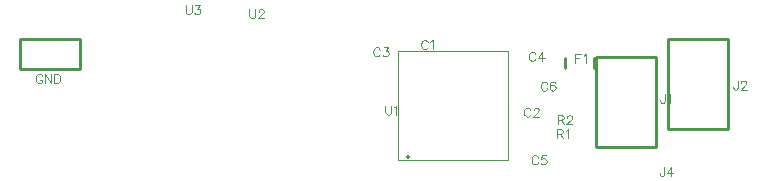
<source format=gbr>
G04 DipTrace 3.0.0.2*
G04 TopSilk.gbr*
%MOIN*%
G04 #@! TF.FileFunction,Legend,Top*
G04 #@! TF.Part,Single*
%ADD10C,0.009843*%
%ADD14C,0.007874*%
%ADD26C,0.001969*%
%ADD86C,0.004632*%
%FSLAX26Y26*%
G04*
G70*
G90*
G75*
G01*
G04 TopSilk*
%LPD*%
X1957614Y530586D2*
D26*
Y894759D1*
X2321788D1*
Y530586D1*
X1957614D1*
X1986166Y540418D2*
D14*
G02X1986166Y540418I3933J0D01*
G01*
X2610918Y838944D2*
D10*
Y870429D1*
X2512484Y838944D2*
Y870429D1*
X2857701Y824372D2*
Y632672D1*
Y932672D2*
Y632672D1*
X3057701Y932672D2*
Y632672D1*
X2857701Y932672D2*
X3057701D1*
X2857701Y632672D2*
X3057701D1*
X2617701Y764372D2*
Y572672D1*
Y872672D2*
Y572672D1*
X2817701Y872672D2*
Y572672D1*
X2617701Y872672D2*
X2817701D1*
X2617701Y572672D2*
X2817701D1*
X895701Y832701D2*
Y932701D1*
X695701Y832701D2*
X895701D1*
X695701D2*
Y932701D1*
X895701D1*
X2843488Y507635D2*
D86*
Y484687D1*
X2842062Y480376D1*
X2840603Y478950D1*
X2837751Y477491D1*
X2834866D1*
X2832014Y478950D1*
X2830588Y480376D1*
X2829129Y484687D1*
Y487539D1*
X2867110Y477491D2*
Y507602D1*
X2852751Y487539D1*
X2874273D1*
X1914423Y711693D2*
Y690171D1*
X1915849Y685860D1*
X1918734Y683008D1*
X1923045Y681549D1*
X1925897D1*
X1930208Y683008D1*
X1933093Y685860D1*
X1934519Y690171D1*
Y711693D1*
X1943783Y705922D2*
X1946668Y707382D1*
X1950979Y711659D1*
Y681549D1*
X2055697Y923128D2*
X2054271Y925980D1*
X2051386Y928865D1*
X2048534Y930291D1*
X2042797D1*
X2039912Y928865D1*
X2037060Y925980D1*
X2035601Y923128D1*
X2034175Y918817D1*
Y911621D1*
X2035601Y907343D1*
X2037060Y904458D1*
X2039912Y901606D1*
X2042797Y900147D1*
X2048534D1*
X2051386Y901606D1*
X2054271Y904458D1*
X2055697Y907343D1*
X2064960Y924521D2*
X2067845Y925980D1*
X2072156Y930258D1*
Y900147D1*
X2398318Y698128D2*
X2396892Y700980D1*
X2394007Y703865D1*
X2391155Y705291D1*
X2385418D1*
X2382533Y703865D1*
X2379681Y700980D1*
X2378222Y698128D1*
X2376796Y693817D1*
Y686621D1*
X2378222Y682343D1*
X2379681Y679458D1*
X2382533Y676606D1*
X2385418Y675147D1*
X2391155D1*
X2394007Y676606D1*
X2396892Y679458D1*
X2398318Y682343D1*
X2409040Y698095D2*
Y699521D1*
X2410466Y702406D1*
X2411892Y703832D1*
X2414777Y705258D1*
X2420514D1*
X2423366Y703832D1*
X2424792Y702406D1*
X2426251Y699521D1*
Y696669D1*
X2424792Y693784D1*
X2421940Y689506D1*
X2407581Y675147D1*
X2427677D1*
X2485959Y618932D2*
X2498859D1*
X2503170Y620391D1*
X2504629Y621817D1*
X2506055Y624669D1*
Y627554D1*
X2504629Y630406D1*
X2503170Y631865D1*
X2498859Y633291D1*
X2485959D1*
Y603147D1*
X2496007Y618932D2*
X2506055Y603147D1*
X2515318Y627521D2*
X2518203Y628980D1*
X2522514Y633258D1*
Y603147D1*
X2488509Y664932D2*
X2501409D1*
X2505720Y666391D1*
X2507179Y667817D1*
X2508605Y670669D1*
Y673554D1*
X2507179Y676406D1*
X2505720Y677865D1*
X2501409Y679291D1*
X2488509D1*
Y649147D1*
X2498557Y664932D2*
X2508605Y649147D1*
X2519327Y672095D2*
Y673521D1*
X2520753Y676406D1*
X2522179Y677832D1*
X2525064Y679258D1*
X2530801D1*
X2533653Y677832D1*
X2535079Y676406D1*
X2536538Y673521D1*
Y670669D1*
X2535079Y667784D1*
X2532227Y663506D1*
X2517868Y649147D1*
X2537964D1*
X1896247Y899128D2*
X1894821Y901980D1*
X1891936Y904865D1*
X1889084Y906291D1*
X1883347D1*
X1880462Y904865D1*
X1877610Y901980D1*
X1876151Y899128D1*
X1874725Y894817D1*
Y887621D1*
X1876151Y883343D1*
X1877610Y880458D1*
X1880462Y877606D1*
X1883347Y876147D1*
X1889084D1*
X1891936Y877606D1*
X1894821Y880458D1*
X1896247Y883343D1*
X1908395Y906258D2*
X1924147D1*
X1915558Y894784D1*
X1919869D1*
X1922721Y893358D1*
X1924147Y891932D1*
X1925606Y887621D1*
Y884769D1*
X1924147Y880458D1*
X1921295Y877573D1*
X1916984Y876147D1*
X1912673D1*
X1908395Y877573D1*
X1906969Y879032D1*
X1905510Y881884D1*
X2414534Y884128D2*
X2413108Y886980D1*
X2410223Y889865D1*
X2407371Y891291D1*
X2401634D1*
X2398749Y889865D1*
X2395897Y886980D1*
X2394438Y884128D1*
X2393012Y879817D1*
Y872621D1*
X2394438Y868343D1*
X2395897Y865458D1*
X2398749Y862606D1*
X2401634Y861147D1*
X2407371D1*
X2410223Y862606D1*
X2413108Y865458D1*
X2414534Y868343D1*
X2438156Y861147D2*
Y891258D1*
X2423797Y871195D1*
X2445319D1*
X2453976Y785128D2*
X2452550Y787980D1*
X2449665Y790865D1*
X2446813Y792291D1*
X2441076D1*
X2438191Y790865D1*
X2435339Y787980D1*
X2433880Y785128D1*
X2432454Y780817D1*
Y773621D1*
X2433880Y769343D1*
X2435339Y766458D1*
X2438191Y763606D1*
X2441076Y762147D1*
X2446813D1*
X2449665Y763606D1*
X2452550Y766458D1*
X2453976Y769343D1*
X2480451Y787980D2*
X2479025Y790832D1*
X2474714Y792258D1*
X2471862D1*
X2467551Y790832D1*
X2464666Y786521D1*
X2463240Y779358D1*
Y772195D1*
X2464666Y766458D1*
X2467551Y763573D1*
X2471862Y762147D1*
X2473288D1*
X2477566Y763573D1*
X2480451Y766458D1*
X2481877Y770769D1*
Y772195D1*
X2480451Y776506D1*
X2477566Y779358D1*
X2473288Y780784D1*
X2471862D1*
X2467551Y779358D1*
X2464666Y776506D1*
X2463240Y772195D1*
X2565806Y884354D2*
X2547136D1*
Y854210D1*
Y869995D2*
X2558610D1*
X2575070Y878584D2*
X2577955Y880043D1*
X2582266Y884321D1*
Y854210D1*
X3089201Y795606D2*
Y772658D1*
X3087775Y768347D1*
X3086316Y766921D1*
X3083464Y765462D1*
X3080579D1*
X3077727Y766921D1*
X3076301Y768347D1*
X3074842Y772658D1*
Y775510D1*
X3099923Y788410D2*
Y789836D1*
X3101349Y792721D1*
X3102775Y794147D1*
X3105660Y795573D1*
X3111397D1*
X3114249Y794147D1*
X3115675Y792721D1*
X3117134Y789836D1*
Y786984D1*
X3115675Y784099D1*
X3112823Y779821D1*
X3098464Y765462D1*
X3118560D1*
X2845651Y750606D2*
Y727658D1*
X2844225Y723347D1*
X2842766Y721921D1*
X2839914Y720462D1*
X2837029D1*
X2834177Y721921D1*
X2832751Y723347D1*
X2831292Y727658D1*
Y730510D1*
X2854914Y744836D2*
X2857799Y746295D1*
X2862110Y750573D1*
Y720462D1*
X771102Y810472D2*
X769676Y813324D1*
X766791Y816209D1*
X763939Y817635D1*
X758203D1*
X755317Y816209D1*
X752466Y813324D1*
X751006Y810472D1*
X749580Y806161D1*
Y798965D1*
X751006Y794687D1*
X752466Y791802D1*
X755317Y788950D1*
X758203Y787491D1*
X763939D1*
X766791Y788950D1*
X769676Y791802D1*
X771102Y794687D1*
Y798965D1*
X763939D1*
X800462Y817635D2*
Y787491D1*
X780366Y817635D1*
Y787491D1*
X809726Y817635D2*
Y787491D1*
X819774D1*
X824085Y788950D1*
X826970Y791802D1*
X828396Y794687D1*
X829822Y798965D1*
Y806161D1*
X828396Y810472D1*
X826970Y813324D1*
X824085Y816209D1*
X819774Y817635D1*
X809726D1*
X2423247Y539128D2*
X2421821Y541980D1*
X2418936Y544865D1*
X2416084Y546291D1*
X2410347D1*
X2407462Y544865D1*
X2404610Y541980D1*
X2403151Y539128D1*
X2401725Y534817D1*
Y527621D1*
X2403151Y523343D1*
X2404610Y520458D1*
X2407462Y517606D1*
X2410347Y516147D1*
X2416084D1*
X2418936Y517606D1*
X2421821Y520458D1*
X2423247Y523343D1*
X2449721Y546258D2*
X2435395D1*
X2433969Y533358D1*
X2435395Y534784D1*
X2439706Y536243D1*
X2443984D1*
X2448295Y534784D1*
X2451180Y531932D1*
X2452606Y527621D1*
Y524769D1*
X2451180Y520458D1*
X2448295Y517573D1*
X2443984Y516147D1*
X2439706D1*
X2435395Y517573D1*
X2433969Y519032D1*
X2432510Y521884D1*
X1460973Y1032635D2*
Y1011113D1*
X1462399Y1006802D1*
X1465284Y1003950D1*
X1469595Y1002491D1*
X1472447D1*
X1476758Y1003950D1*
X1479643Y1006802D1*
X1481069Y1011113D1*
Y1032635D1*
X1491792Y1025439D2*
Y1026865D1*
X1493218Y1029750D1*
X1494644Y1031176D1*
X1497529Y1032602D1*
X1503266D1*
X1506118Y1031176D1*
X1507544Y1029750D1*
X1509003Y1026865D1*
Y1024013D1*
X1507544Y1021128D1*
X1504692Y1016850D1*
X1490333Y1002491D1*
X1510429D1*
X1248657Y1046687D2*
Y1025165D1*
X1250083Y1020854D1*
X1252968Y1018002D1*
X1257279Y1016543D1*
X1260131D1*
X1264442Y1018002D1*
X1267327Y1020854D1*
X1268753Y1025165D1*
Y1046687D1*
X1280902Y1046654D2*
X1296653D1*
X1288065Y1035180D1*
X1292376D1*
X1295227Y1033754D1*
X1296653Y1032328D1*
X1298113Y1028017D1*
Y1025165D1*
X1296653Y1020854D1*
X1293801Y1017969D1*
X1289490Y1016543D1*
X1285179D1*
X1280902Y1017969D1*
X1279476Y1019428D1*
X1278017Y1022280D1*
M02*

</source>
